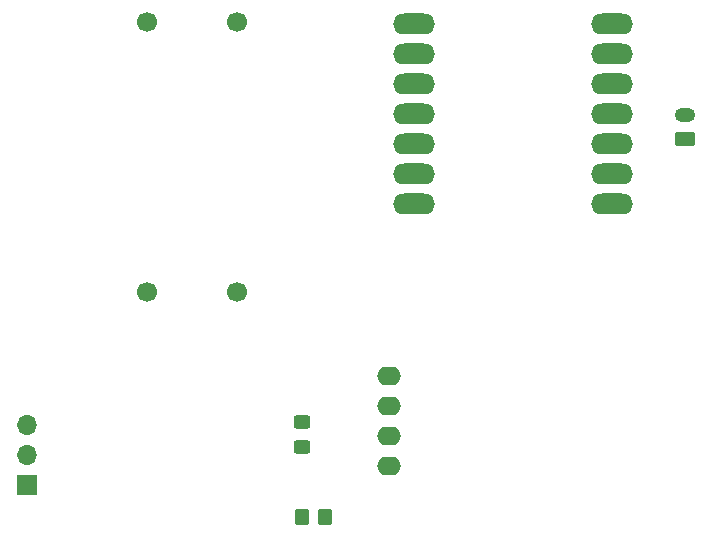
<source format=gbr>
%TF.GenerationSoftware,KiCad,Pcbnew,8.0.8*%
%TF.CreationDate,2025-02-12T17:19:00-08:00*%
%TF.ProjectId,Lab3v2,4c616233-7632-42e6-9b69-6361645f7063,V1*%
%TF.SameCoordinates,Original*%
%TF.FileFunction,Soldermask,Top*%
%TF.FilePolarity,Negative*%
%FSLAX46Y46*%
G04 Gerber Fmt 4.6, Leading zero omitted, Abs format (unit mm)*
G04 Created by KiCad (PCBNEW 8.0.8) date 2025-02-12 17:19:00*
%MOMM*%
%LPD*%
G01*
G04 APERTURE LIST*
G04 Aperture macros list*
%AMRoundRect*
0 Rectangle with rounded corners*
0 $1 Rounding radius*
0 $2 $3 $4 $5 $6 $7 $8 $9 X,Y pos of 4 corners*
0 Add a 4 corners polygon primitive as box body*
4,1,4,$2,$3,$4,$5,$6,$7,$8,$9,$2,$3,0*
0 Add four circle primitives for the rounded corners*
1,1,$1+$1,$2,$3*
1,1,$1+$1,$4,$5*
1,1,$1+$1,$6,$7*
1,1,$1+$1,$8,$9*
0 Add four rect primitives between the rounded corners*
20,1,$1+$1,$2,$3,$4,$5,0*
20,1,$1+$1,$4,$5,$6,$7,0*
20,1,$1+$1,$6,$7,$8,$9,0*
20,1,$1+$1,$8,$9,$2,$3,0*%
G04 Aperture macros list end*
%ADD10R,1.700000X1.700000*%
%ADD11O,1.700000X1.700000*%
%ADD12RoundRect,0.250000X0.450000X-0.325000X0.450000X0.325000X-0.450000X0.325000X-0.450000X-0.325000X0*%
%ADD13O,2.000000X1.600000*%
%ADD14C,1.700000*%
%ADD15RoundRect,0.250000X-0.350000X-0.450000X0.350000X-0.450000X0.350000X0.450000X-0.350000X0.450000X0*%
%ADD16O,3.556000X1.778000*%
%ADD17RoundRect,0.250000X0.625000X-0.350000X0.625000X0.350000X-0.625000X0.350000X-0.625000X-0.350000X0*%
%ADD18O,1.750000X1.200000*%
G04 APERTURE END LIST*
D10*
%TO.C,SW1*%
X109250000Y-115330000D03*
D11*
X109250000Y-112790000D03*
X109250000Y-110250000D03*
%TD*%
D12*
%TO.C,D4*%
X132500000Y-112050000D03*
X132500000Y-110000000D03*
%TD*%
D13*
%TO.C,Brd1*%
X139900000Y-113720000D03*
X139900000Y-111180000D03*
X139900000Y-108640000D03*
X139900000Y-106100000D03*
%TD*%
D14*
%TO.C,M1*%
X119380000Y-76140000D03*
X127000000Y-76140000D03*
X127000000Y-99000000D03*
X119380000Y-99000000D03*
%TD*%
D15*
%TO.C,R5*%
X132500000Y-118000000D03*
X134500000Y-118000000D03*
%TD*%
D16*
%TO.C,U3*%
X141998000Y-76300000D03*
X141998000Y-78840000D03*
X141998000Y-81380000D03*
X141998000Y-83920000D03*
X141998000Y-86460000D03*
X141998000Y-89000000D03*
X141998000Y-91540000D03*
X158762000Y-76300000D03*
X158762000Y-78840000D03*
X158762000Y-81380000D03*
X158762000Y-83920000D03*
X158762000Y-86460000D03*
X158762000Y-89000000D03*
X158762000Y-91540000D03*
%TD*%
D17*
%TO.C,BT1*%
X165000000Y-86000000D03*
D18*
X165000000Y-84000000D03*
%TD*%
M02*

</source>
